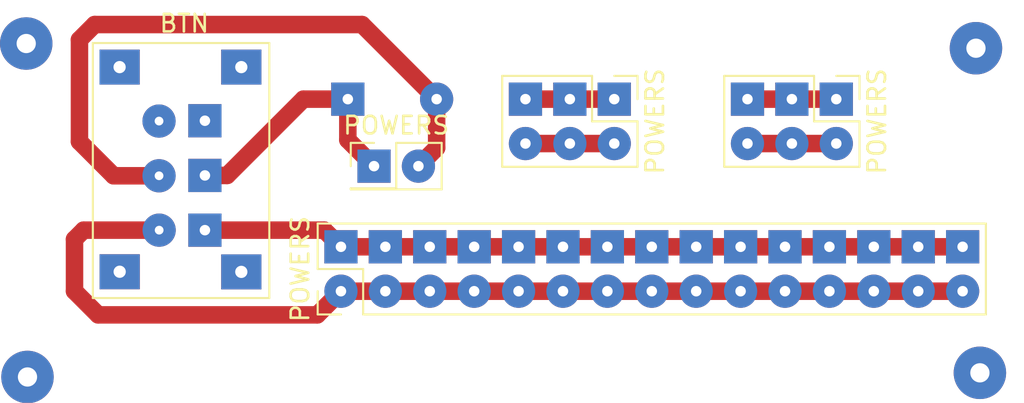
<source format=kicad_pcb>
(kicad_pcb (version 20211014) (generator pcbnew)
  (layers (0 "F.Cu" signal) (31 "B.Cu" signal) (34 "B.Paste" user) (35 "F.Paste" user) (36 "B.SilkS" user "B.Silkscreen") (37 "F.SilkS" user "F.Silkscreen") (38 "B.Mask" user) (39 "F.Mask" user) (44 "Edge.Cuts" user))
  (net 0 "")
  (footprint "Connector_PinHeader_2.54mm:PinHeader_2x15_P2.54mm_Vertical" (layer "F.Cu") (at 32.626535 28.766201 90)
    (fp_text reference "POWERS" (at 1.27 -2.33 90) (layer "F.SilkS"))
    (fp_text value "POWERS")
    (fp_line (start -1.33 36.89) (end 3.87 36.89) (layer "F.SilkS") (width 0.12))
    (fp_line (start -1.33 1.27) (end -1.33 36.89) (layer "F.SilkS") (width 0.12))
    (fp_line (start 3.87 -1.33) (end 3.87 36.89) (layer "F.SilkS") (width 0.12))
    (fp_line (start -1.33 1.27) (end 1.27 1.27) (layer "F.SilkS") (width 0.12))
    (fp_line (start 1.27 -1.33) (end 3.87 -1.33) (layer "F.SilkS") (width 0.12))
    (fp_line (start -1.33 0) (end -1.33 -1.33) (layer "F.SilkS") (width 0.12))
    (fp_line (start 1.27 1.27) (end 1.27 -1.33) (layer "F.SilkS") (width 0.12))
    (fp_line (start -1.33 -1.33) (end 0 -1.33) (layer "F.SilkS") (width 0.12))
    (pad "1" thru_hole circle (at 0 0 90) (size 1.9 1.9) (drill 0.6) (layers *.Cu *.Mask))
    (pad "2" thru_hole rect (at 2.54 0 90) (size 1.9 1.9) (drill 0.6) (layers *.Cu *.Mask))
    (pad "3" thru_hole circle (at 0 2.54 90) (size 1.9 1.9) (drill 0.6) (layers *.Cu *.Mask))
    (pad "4" thru_hole rect (at 2.54 2.54 90) (size 1.9 1.9) (drill 0.6) (layers *.Cu *.Mask))
    (pad "5" thru_hole circle (at 0 5.08 90) (size 1.9 1.9) (drill 0.6) (layers *.Cu *.Mask))
    (pad "6" thru_hole rect (at 2.54 5.08 90) (size 1.9 1.9) (drill 0.6) (layers *.Cu *.Mask))
    (pad "7" thru_hole circle (at 0 7.62 90) (size 1.9 1.9) (drill 0.6) (layers *.Cu *.Mask))
    (pad "8" thru_hole rect (at 2.54 7.62 90) (size 1.9 1.9) (drill 0.6) (layers *.Cu *.Mask))
    (pad "9" thru_hole circle (at 0 10.16 90) (size 1.9 1.9) (drill 0.6) (layers *.Cu *.Mask))
    (pad "10" thru_hole rect (at 2.54 10.16 90) (size 1.9 1.9) (drill 0.6) (layers *.Cu *.Mask))
    (pad "11" thru_hole circle (at 0 12.7 90) (size 1.9 1.9) (drill 0.6) (layers *.Cu *.Mask))
    (pad "12" thru_hole rect (at 2.54 12.7 90) (size 1.9 1.9) (drill 0.6) (layers *.Cu *.Mask))
    (pad "13" thru_hole circle (at 0 15.24 90) (size 1.9 1.9) (drill 0.6) (layers *.Cu *.Mask))
    (pad "14" thru_hole rect (at 2.54 15.24 90) (size 1.9 1.9) (drill 0.6) (layers *.Cu *.Mask))
    (pad "15" thru_hole circle (at 0 17.78 90) (size 1.9 1.9) (drill 0.6) (layers *.Cu *.Mask))
    (pad "16" thru_hole rect (at 2.54 17.78 90) (size 1.9 1.9) (drill 0.6) (layers *.Cu *.Mask))
    (pad "17" thru_hole circle (at 0 20.32 90) (size 1.9 1.9) (drill 0.6) (layers *.Cu *.Mask))
    (pad "18" thru_hole rect (at 2.54 20.32 90) (size 1.9 1.9) (drill 0.6) (layers *.Cu *.Mask))
    (pad "19" thru_hole circle (at 0 22.86 90) (size 1.9 1.9) (drill 0.6) (layers *.Cu *.Mask))
    (pad "20" thru_hole rect (at 2.54 22.86 90) (size 1.9 1.9) (drill 0.6) (layers *.Cu *.Mask))
    (pad "21" thru_hole circle (at 0 25.4 90) (size 1.9 1.9) (drill 0.6) (layers *.Cu *.Mask))
    (pad "22" thru_hole rect (at 2.54 25.4 90) (size 1.9 1.9) (drill 0.6) (layers *.Cu *.Mask))
    (pad "23" thru_hole circle (at 0 27.94 90) (size 1.9 1.9) (drill 0.6) (layers *.Cu *.Mask))
    (pad "24" thru_hole rect (at 2.54 27.94 90) (size 1.9 1.9) (drill 0.6) (layers *.Cu *.Mask))
    (pad "25" thru_hole circle (at 0 30.48 90) (size 1.9 1.9) (drill 0.6) (layers *.Cu *.Mask))
    (pad "26" thru_hole rect (at 2.54 30.48 90) (size 1.9 1.9) (drill 0.6) (layers *.Cu *.Mask))
    (pad "27" thru_hole circle (at 0 33.02 90) (size 1.9 1.9) (drill 0.6) (layers *.Cu *.Mask))
    (pad "28" thru_hole rect (at 2.54 33.02 90) (size 1.9 1.9) (drill 0.6) (layers *.Cu *.Mask))
    (pad "29" thru_hole circle (at 0 35.56 90) (size 1.9 1.9) (drill 0.6) (layers *.Cu *.Mask))
    (pad "30" thru_hole rect (at 2.54 35.56 90) (size 1.9 1.9) (drill 0.6) (layers *.Cu *.Mask))
  )
  (footprint "" (layer "F.Cu") (at 33.02 17.78)
    (fp_text reference "" (at 0 0) (layer "F.SilkS") (effects (font (size 1.27 1.27))))
    (fp_text value "" (at 0 0) (layer "F.SilkS") (effects (font (size 1.27 1.27))))
    (pad "1" thru_hole rect (at 0 0 270) (size 1.9 1.9) (drill 0.6) (layers *.Cu *.Mask))
  )
  (footprint "Connector_PinHeader_2.54mm:PinHeader_2x03_P2.54mm_Vertical" (layer "F.Cu") (at 48.26 17.78 -90)
    (fp_text reference "POWERS" (at 1.27 -2.33 90) (layer "F.SilkS"))
    (fp_text value "POWERS")
    (fp_line (start -1.33 -1.33) (end 0 -1.33) (layer "F.SilkS") (width 0.12))
    (fp_line (start -1.33 1.27) (end -1.33 6.41) (layer "F.SilkS") (width 0.12))
    (fp_line (start -1.33 6.41) (end 3.87 6.41) (layer "F.SilkS") (width 0.12))
    (fp_line (start 1.27 -1.33) (end 3.87 -1.33) (layer "F.SilkS") (width 0.12))
    (fp_line (start -1.33 0) (end -1.33 -1.33) (layer "F.SilkS") (width 0.12))
    (fp_line (start 3.87 -1.33) (end 3.87 6.41) (layer "F.SilkS") (width 0.12))
    (fp_line (start 1.27 1.27) (end 1.27 -1.33) (layer "F.SilkS") (width 0.12))
    (fp_line (start -1.33 1.27) (end 1.27 1.27) (layer "F.SilkS") (width 0.12))
    (pad "1" thru_hole rect (at 0 0 270) (size 1.9 1.9) (drill 0.6) (layers *.Cu *.Mask))
    (pad "2" thru_hole oval (at 2.54 0 270) (size 1.9 1.9) (drill 0.6) (layers *.Cu *.Mask))
    (pad "3" thru_hole rect (at 0 2.54 270) (size 1.9 1.9) (drill 0.6) (layers *.Cu *.Mask))
    (pad "4" thru_hole oval (at 2.54 2.54 270) (size 1.9 1.9) (drill 0.6) (layers *.Cu *.Mask))
    (pad "5" thru_hole rect (at 0 5.08 270) (size 1.9 1.9) (drill 0.6) (layers *.Cu *.Mask))
    (pad "6" thru_hole oval (at 2.54 5.08 270) (size 1.9 1.9) (drill 0.6) (layers *.Cu *.Mask))
  )
  (footprint "Connector_PinHeader_2.54mm:PushButton_6_pin" (layer "F.Cu") (at 19.926535 16.066201)
    (fp_text reference "BTN" (at 3.74 -2.618) (layer "F.SilkS"))
    (fp_text value "PushButton_6_pin")
    (fp_line (start 8.602 -1.496) (end 8.602 13.09) (layer "F.SilkS") (width 0.12))
    (fp_line (start -1.491194 -1.496) (end -1.491194 13.09) (layer "F.SilkS") (width 0.12))
    (fp_line (start -1.491194 13.09) (end 8.602 13.09) (layer "F.SilkS") (width 0.12))
    (fp_line (start -1.491194 -1.496) (end 8.602 -1.496) (layer "F.SilkS") (width 0.12))
    (pad "" thru_hole rect (at 0.043736 11.586152) (size 2.3 2) (drill 0.7) (layers *.Cu *.Mask))
    (pad "" thru_hole rect (at 7.000509 -0.118391) (size 2.3 2) (drill 0.7) (layers *.Cu *.Mask))
    (pad "" thru_hole rect (at 7.000509 11.59419) (size 2.3 2) (drill 0.7) (layers *.Cu *.Mask))
    (pad "" thru_hole rect (at 0.03893 -0.118391) (size 2.3 2) (drill 0.7) (layers *.Cu *.Mask))
    (pad "1" thru_hole oval (at 2.294688 2.967779) (size 1.9 1.9) (drill 0.5) (layers *.Cu *.Mask))
    (pad "2" thru_hole rect (at 4.918896 2.948554 270) (size 1.9 1.9) (drill 0.6) (layers *.Cu *.Mask))
    (pad "3" thru_hole oval (at 2.29506 6.097205) (size 1.9 1.9) (drill 0.5) (layers *.Cu *.Mask))
    (pad "4" thru_hole rect (at 4.919268 6.07798 270) (size 1.9 1.9) (drill 0.6) (layers *.Cu *.Mask))
    (pad "5" thru_hole oval (at 2.30164 9.207406) (size 1.9 1.9) (drill 0.5) (layers *.Cu *.Mask))
    (pad "6" thru_hole rect (at 4.91964 9.207406 270) (size 1.9 1.9) (drill 0.6) (layers *.Cu *.Mask))
  )
  (footprint "" (layer "F.Cu") (at 38.1 17.78)
    (fp_text reference "" (at 0 0) (layer "F.SilkS") (effects (font (size 1.27 1.27))))
    (fp_text value "" (at 0 0) (layer "F.SilkS") (effects (font (size 1.27 1.27))))
    (pad "2" thru_hole circle (at 0 0 270) (size 1.9 1.9) (drill 0.6) (layers *.Cu *.Mask))
  )
  (footprint "Connector_PinHeader_2.54mm:PinHeader_2x01_P2.54mm_Vertical" (layer "F.Cu") (at 34.518346 21.612349)
    (fp_text reference "POWERS" (at 1.27 -2.33) (layer "F.SilkS"))
    (fp_text value "POWERS")
    (fp_line (start -1.33 -1.33) (end 0 -1.33) (layer "F.SilkS") (width 0.12))
    (fp_line (start 3.87 -1.33) (end 3.87 1.33) (layer "F.SilkS") (width 0.12))
    (fp_line (start 1.27 -1.33) (end 3.87 -1.33) (layer "F.SilkS") (width 0.12))
    (fp_line (start 1.27 1.27) (end 1.27 -1.33) (layer "F.SilkS") (width 0.12))
    (fp_line (start -1.33 0) (end -1.33 -1.33) (layer "F.SilkS") (width 0.12))
    (fp_line (start -1.33 1.27) (end 1.27 1.27) (layer "F.SilkS") (width 0.12))
    (fp_line (start -1.33 1.27) (end -1.33 1.33) (layer "F.SilkS") (width 0.12))
    (fp_line (start -1.33 1.33) (end 3.87 1.33) (layer "F.SilkS") (width 0.12))
    (pad "1" thru_hole rect (at 0 0) (size 1.9 1.9) (drill 0.6) (layers *.Cu *.Mask))
    (pad "2" thru_hole oval (at 2.54 0) (size 1.9 1.9) (drill 0.6) (layers *.Cu *.Mask))
  )
  (footprint "Connector_PinHeader_2.54mm:PinHeader_2x03_P2.54mm_Vertical" (layer "F.Cu") (at 60.96 17.78 -90)
    (fp_text reference "POWERS" (at 1.27 -2.33 90) (layer "F.SilkS"))
    (fp_text value "POWERS")
    (fp_line (start -1.33 -1.33) (end 0 -1.33) (layer "F.SilkS") (width 0.12))
    (fp_line (start 1.27 -1.33) (end 3.87 -1.33) (layer "F.SilkS") (width 0.12))
    (fp_line (start -1.33 0) (end -1.33 -1.33) (layer "F.SilkS") (width 0.12))
    (fp_line (start -1.33 1.27) (end -1.33 6.41) (layer "F.SilkS") (width 0.12))
    (fp_line (start 3.87 -1.33) (end 3.87 6.41) (layer "F.SilkS") (width 0.12))
    (fp_line (start -1.33 1.27) (end 1.27 1.27) (layer "F.SilkS") (width 0.12))
    (fp_line (start -1.33 6.41) (end 3.87 6.41) (layer "F.SilkS") (width 0.12))
    (fp_line (start 1.27 1.27) (end 1.27 -1.33) (layer "F.SilkS") (width 0.12))
    (pad "1" thru_hole rect (at 0 0 270) (size 1.9 1.9) (drill 0.6) (layers *.Cu *.Mask))
    (pad "2" thru_hole oval (at 2.54 0 270) (size 1.9 1.9) (drill 0.6) (layers *.Cu *.Mask))
    (pad "3" thru_hole rect (at 0 2.54 270) (size 1.9 1.9) (drill 0.6) (layers *.Cu *.Mask))
    (pad "4" thru_hole oval (at 2.54 2.54 270) (size 1.9 1.9) (drill 0.6) (layers *.Cu *.Mask))
    (pad "5" thru_hole rect (at 0 5.08 270) (size 1.9 1.9) (drill 0.6) (layers *.Cu *.Mask))
    (pad "6" thru_hole oval (at 2.54 5.08 270) (size 1.9 1.9) (drill 0.6) (layers *.Cu *.Mask))
  )
  (segment (start 33.02 17.78) (end 30.48 17.78) (width 1) (layer "F.Cu") (net 0))
  (segment (start 17.906393 25.273607) (end 17.386535 25.793465) (width 1) (layer "F.Cu") (net 0))
  (segment (start 32.626535 28.766201) (end 68.186535 28.766201) (width 1) (layer "F.Cu") (net 0))
  (segment (start 30.48 17.78) (end 26.115819 22.144181) (width 1) (layer "F.Cu") (net 0))
  (segment (start 33.02 17.78) (end 33.02 20.114003) (width 1) (layer "F.Cu") (net 0))
  (segment (start 48.26 20.32) (end 43.18 20.32) (width 1) (layer "F.Cu") (net 0))
  (segment (start 31.273179 30.119557) (end 32.626535 28.766201) (width 1) (layer "F.Cu") (net 0))
  (segment (start 32.626535 26.226201) (end 68.186535 26.226201) (width 1) (layer "F.Cu") (net 0))
  (segment (start 38.1 20.570695) (end 37.058346 21.612349) (width 1) (layer "F.Cu") (net 0))
  (segment (start 22.228175 25.273607) (end 17.906393 25.273607) (width 1) (layer "F.Cu") (net 0))
  (segment (start 17.386535 28.766201) (end 18.739891 30.119557) (width 1) (layer "F.Cu") (net 0))
  (segment (start 60.96 20.32) (end 55.88 20.32) (width 1) (layer "F.Cu") (net 0))
  (segment (start 17.670004 20.210004) (end 17.670004 14.378912) (width 1) (layer "F.Cu") (net 0))
  (segment (start 48.26 17.78) (end 43.18 17.78) (width 1) (layer "F.Cu") (net 0))
  (segment (start 38.1 17.78) (end 38.1 20.570695) (width 1) (layer "F.Cu") (net 0))
  (segment (start 17.670004 14.378912) (end 18.535233 13.513683) (width 1) (layer "F.Cu") (net 0))
  (segment (start 33.02 20.114003) (end 34.518346 21.612349) (width 1) (layer "F.Cu") (net 0))
  (segment (start 17.386535 25.793465) (end 17.386535 28.766201) (width 1) (layer "F.Cu") (net 0))
  (segment (start 33.833683 13.513683) (end 38.1 17.78) (width 1) (layer "F.Cu") (net 0))
  (segment (start 18.739891 30.119557) (end 31.273179 30.119557) (width 1) (layer "F.Cu") (net 0))
  (segment (start 26.115819 22.144181) (end 24.845803 22.144181) (width 1) (layer "F.Cu") (net 0))
  (segment (start 24.846175 25.273607) (end 31.673941 25.273607) (width 1) (layer "F.Cu") (net 0))
  (segment (start 19.623406 22.163406) (end 17.670004 20.210004) (width 1) (layer "F.Cu") (net 0))
  (segment (start 31.673941 25.273607) (end 32.626535 26.226201) (width 1) (layer "F.Cu") (net 0))
  (segment (start 18.535233 13.513683) (end 33.833683 13.513683) (width 1) (layer "F.Cu") (net 0))
  (segment (start 22.221595 22.163406) (end 19.623406 22.163406) (width 1) (layer "F.Cu") (net 0))
  (segment (start 60.96 17.78) (end 55.88 17.78) (width 1) (layer "F.Cu") (net 0))
  (via (at 68.949012 14.867067) (size 3) (drill 1.1) (layers "F.Cu" "B.Cu") (net 0))
  (via (at 14.624367 14.598288) (size 3) (drill 1.1) (layers "F.Cu" "B.Cu") (net 0))
  (via (at 69.17434 33.434077) (size 3) (drill 1.1) (layers "F.Cu" "B.Cu") (net 0))
  (via (at 14.696674 33.67199) (size 3) (drill 1.1) (layers "F.Cu" "B.Cu") (net 0))
)
</source>
